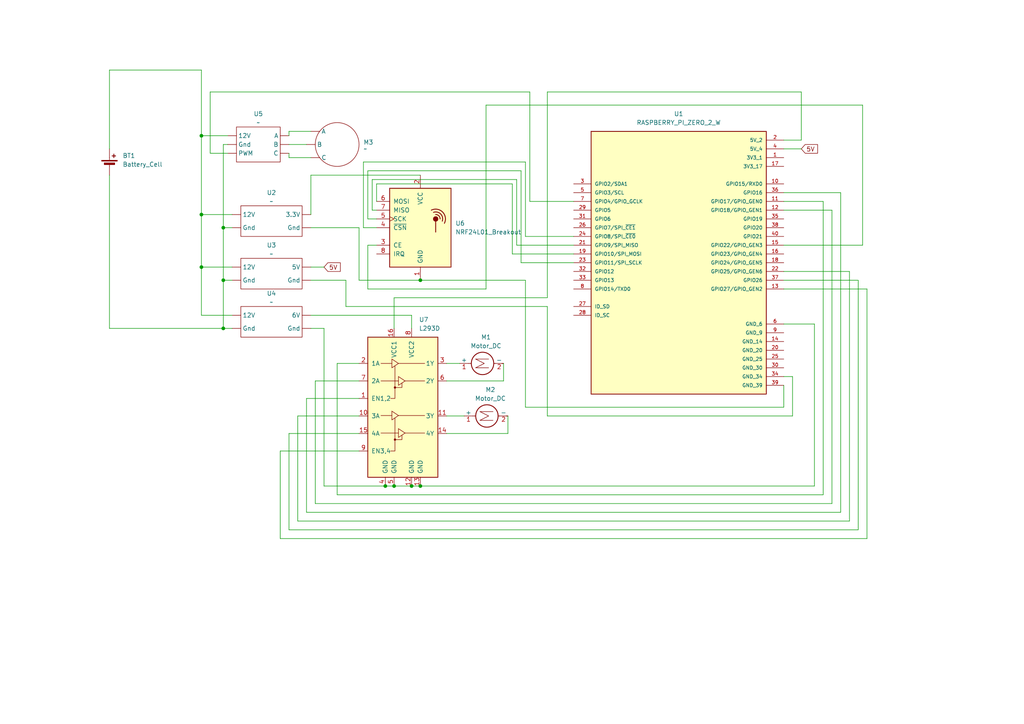
<source format=kicad_sch>
(kicad_sch (version 20250114) (generator "eeschema") (generator_version "9.0")
  (paper "A4")
  (lib_symbols
    (symbol "Buck_Converter:3.3V"
      (property "Reference" "U" (at 0 0 0))
      (symbol "3.3V_0_1"
        (rectangle (start -8.89 3.81) (end 8.89 -5.08))
      )
      (symbol "3.3V_1_1"
        (pin input line (at -11.43 1.27 0) (length 2.54) (name "12V") (number ""))
        (pin input line (at -11.43 -2.54 0) (length 2.54) (name "Gnd") (number ""))
        (pin output line (at 11.43 1.27 180) (length 2.54) (name "3.3V") (number ""))
        (pin output line (at 11.43 -2.54 180) (length 2.54) (name "Gnd") (number ""))
      )
    )
    (symbol "Buck_Converter:5V"
      (property "Reference" "U" (at 0 0 0))
      (symbol "5V_0_1"
        (rectangle (start -8.89 2.54) (end 8.89 -6.35))
      )
      (symbol "5V_1_1"
        (pin input line (at -11.43 0 0) (length 2.54) (name "12V") (number ""))
        (pin input line (at -11.43 -3.81 0) (length 2.54) (name "Gnd") (number ""))
        (pin output line (at 11.43 0 180) (length 2.54) (name "5V") (number ""))
        (pin output line (at 11.43 -3.81 180) (length 2.54) (name "Gnd") (number ""))
      )
    )
    (symbol "Buck_Converter:6V"
      (property "Reference" "U" (at 0 0 0))
      (symbol "6V_0_1"
        (rectangle (start -8.89 3.81) (end 8.89 -5.08))
      )
      (symbol "6V_1_1"
        (pin input line (at -11.43 1.27 0) (length 2.54) (name "12V") (number ""))
        (pin input line (at -11.43 -2.54 0) (length 2.54) (name "Gnd") (number ""))
        (pin output line (at 11.43 1.27 180) (length 2.54) (name "6V") (number ""))
        (pin output line (at 11.43 -2.54 180) (length 2.54) (name "Gnd") (number ""))
      )
    )
    (symbol "Device:Battery_Cell" (pin_numbers (hide yes)) (pin_names (offset 0) (hide yes))
      (property "Reference" "BT" (at 2.54 2.54 0))
      (property "Value" "Battery_Cell" (at 2.54 0 0))
      (symbol "Battery_Cell_0_1"
        (rectangle (start -2.286 1.778) (end 2.286 1.524) (fill (type outline)))
        (rectangle (start -1.524 1.016) (end 1.524 0.508) (fill (type outline)))
        (polyline (pts (xy 0 1.778) (xy 0 2.54)))
        (polyline (pts (xy 0 0.762) (xy 0 0)))
        (polyline (pts (xy 0.762 3.048) (xy 1.778 3.048)) (stroke (width 0.254)))
        (polyline (pts (xy 1.27 3.556) (xy 1.27 2.54)) (stroke (width 0.254)))
      )
      (symbol "Battery_Cell_1_1"
        (pin passive line (at 0 5.08 270) (length 2.54) (name "+") (number "1"))
        (pin passive line (at 0 -2.54 90) (length 2.54) (name "-") (number "2"))
      )
    )
    (symbol "Driver_Motor:L293D" (pin_names (offset 1.016))
      (property "Reference" "U" (at -5.08 26.035 0))
      (property "Value" "L293D" (at -5.08 24.13 0))
      (symbol "L293D_0_1"
        (rectangle (start -10.16 22.86) (end 10.16 -17.78) (stroke (width 0.254)) (fill (type background)))
        (polyline (pts (xy -6.35 15.24) (xy -3.175 15.24)))
        (polyline (pts (xy -6.35 10.16) (xy -1.27 10.16)))
        (polyline (pts (xy -6.35 0.127) (xy -3.175 0.127)))
        (polyline (pts (xy -6.35 -4.953) (xy -1.27 -4.953)))
        (polyline (pts (xy -3.175 16.51) (xy -3.175 13.97) (xy -1.27 15.24) (xy -3.175 16.51)))
        (polyline (pts (xy -3.175 1.397) (xy -3.175 -1.143) (xy -1.27 0.127) (xy -3.175 1.397)))
        (polyline (pts (xy -2.286 14.478) (xy -2.286 5.08) (xy -3.556 5.08)))
        (circle (center -2.286 8.255) (radius 0.254) (fill (type outline)))
        (polyline (pts (xy -2.286 8.255) (xy -0.254 8.255) (xy -0.254 9.525)))
        (polyline (pts (xy -2.286 -0.635) (xy -2.286 -10.16) (xy -3.556 -10.16)))
        (circle (center -2.286 -6.858) (radius 0.254) (fill (type outline)))
        (polyline (pts (xy -2.286 -6.858) (xy -0.254 -6.858) (xy -0.254 -5.588)))
        (polyline (pts (xy -1.27 15.24) (xy 6.35 15.24)))
        (polyline (pts (xy -1.27 11.43) (xy -1.27 8.89) (xy 0.635 10.16) (xy -1.27 11.43)))
        (polyline (pts (xy -1.27 0.127) (xy 6.35 0.127)))
        (polyline (pts (xy -1.27 -3.683) (xy -1.27 -6.223) (xy 0.635 -4.953) (xy -1.27 -3.683)))
        (polyline (pts (xy 0.635 10.16) (xy 6.35 10.16)))
        (polyline (pts (xy 0.635 -4.953) (xy 6.35 -4.953)))
      )
      (symbol "L293D_1_1"
        (pin input line (at -12.7 15.24 0) (length 2.54) (name "1A") (number "2"))
        (pin input line (at -12.7 10.16 0) (length 2.54) (name "2A") (number "7"))
        (pin input line (at -12.7 5.08 0) (length 2.54) (name "EN1,2") (number "1"))
        (pin input line (at -12.7 0 0) (length 2.54) (name "3A") (number "10"))
        (pin input line (at -12.7 -5.08 0) (length 2.54) (name "4A") (number "15"))
        (pin input line (at -12.7 -10.16 0) (length 2.54) (name "EN3,4") (number "9"))
        (pin power_in line (at -5.08 -20.32 90) (length 2.54) (name "GND") (number "4"))
        (pin power_in line (at -2.54 25.4 270) (length 2.54) (name "VCC1") (number "16"))
        (pin power_in line (at -2.54 -20.32 90) (length 2.54) (name "GND") (number "5"))
        (pin power_in line (at 2.54 25.4 270) (length 2.54) (name "VCC2") (number "8"))
        (pin power_in line (at 2.54 -20.32 90) (length 2.54) (name "GND") (number "12"))
        (pin power_in line (at 5.08 -20.32 90) (length 2.54) (name "GND") (number "13"))
        (pin output line (at 12.7 15.24 180) (length 2.54) (name "1Y") (number "3"))
        (pin output line (at 12.7 10.16 180) (length 2.54) (name "2Y") (number "6"))
        (pin output line (at 12.7 0 180) (length 2.54) (name "3Y") (number "11"))
        (pin output line (at 12.7 -5.08 180) (length 2.54) (name "4Y") (number "14"))
      )
    )
    (symbol "ESC:ESC"
      (property "Reference" "U" (at 0 0 0))
      (symbol "ESC_0_1"
        (rectangle (start -7.62 5.08) (end 5.08 -5.08))
      )
      (symbol "ESC_1_1"
        (pin input line (at -10.16 2.54 0) (length 2.54) (name "12V") (number ""))
        (pin input line (at -10.16 0 0) (length 2.54) (name "Gnd") (number ""))
        (pin input line (at -10.16 -2.54 0) (length 2.54) (name "PWM") (number ""))
        (pin input line (at 7.62 2.54 180) (length 2.54) (name "A") (number ""))
        (pin input line (at 7.62 0 180) (length 2.54) (name "B") (number ""))
        (pin input line (at 7.62 -2.54 180) (length 2.54) (name "C") (number ""))
      )
    )
    (symbol "Motor:Brushless_Motor"
      (property "Reference" "M" (at 0 0 0))
      (symbol "Brushless_Motor_0_1"
        (circle (center 0 0) (radius 6.35))
      )
      (symbol "Brushless_Motor_1_1"
        (pin input line (at -8.89 0 0) (length 2.54) (name "B") (number ""))
        (pin input line (at -7.62 3.81 0) (length 2.54) (name "A") (number ""))
        (pin input line (at -7.62 -3.81 0) (length 2.54) (name "C") (number ""))
      )
    )
    (symbol "Motor:Motor_DC" (pin_names (offset 0))
      (property "Reference" "M" (at 2.54 2.54 0))
      (property "Value" "Motor_DC" (at 2.54 -5.08 0))
      (symbol "Motor_DC_0_0"
        (polyline (pts (xy -1.27 -3.302) (xy -1.27 0.508) (xy 0 -2.032) (xy 1.27 0.508) (xy 1.27 -3.302)))
      )
      (symbol "Motor_DC_0_1"
        (polyline (pts (xy 0 2.032) (xy 0 2.54)))
        (polyline (pts (xy 0 1.7272) (xy 0 2.0828)))
        (circle (center 0 -1.524) (radius 3.2512) (stroke (width 0.254)))
        (polyline (pts (xy 0 -4.7752) (xy 0 -5.1816)))
        (polyline (pts (xy 0 -7.62) (xy 0 -7.112)))
      )
      (symbol "Motor_DC_1_1"
        (pin passive line (at 0 5.08 270) (length 2.54) (name "+") (number "1"))
        (pin passive line (at 0 -7.62 90) (length 2.54) (name "-") (number "2"))
      )
    )
    (symbol "RASPBERRY_PI_ZERO_2_W:RASPBERRY_PI_ZERO_2_W" (pin_names (offset 1.016))
      (property "Reference" "U" (at -25.42 39.3962 0))
      (property "Value" "RASPBERRY_PI_ZERO_2_W" (at -25.4191 -40.6687 0))
      (symbol "RASPBERRY_PI_ZERO_2_W_0_0"
        (rectangle (start -25.4 -38.1) (end 25.4 38.1) (stroke (width 0.254)) (fill (type background)))
        (pin bidirectional line (at -30.48 22.86 0) (length 5.08) (name "GPIO2/SDA1") (number "3"))
        (pin bidirectional line (at -30.48 20.32 0) (length 5.08) (name "GPIO3/SCL") (number "5"))
        (pin bidirectional line (at -30.48 17.78 0) (length 5.08) (name "GPIO4/GPIO_GCLK") (number "7"))
        (pin bidirectional line (at -30.48 15.24 0) (length 5.08) (name "GPIO5") (number "29"))
        (pin bidirectional line (at -30.48 12.7 0) (length 5.08) (name "GPIO6") (number "31"))
        (pin bidirectional line (at -30.48 10.16 0) (length 5.08) (name "GPIO7/SPI_~{CE1}") (number "26"))
        (pin bidirectional line (at -30.48 7.62 0) (length 5.08) (name "GPIO8/SPI_~{CE0}") (number "24"))
        (pin bidirectional line (at -30.48 5.08 0) (length 5.08) (name "GPIO9/SPI_MISO") (number "21"))
        (pin bidirectional line (at -30.48 2.54 0) (length 5.08) (name "GPIO10/SPI_MOSI") (number "19"))
        (pin bidirectional line (at -30.48 0 0) (length 5.08) (name "GPIO11/SPI_SCLK") (number "23"))
        (pin bidirectional line (at -30.48 -2.54 0) (length 5.08) (name "GPIO12") (number "32"))
        (pin bidirectional line (at -30.48 -5.08 0) (length 5.08) (name "GPIO13") (number "33"))
        (pin bidirectional line (at -30.48 -7.62 0) (length 5.08) (name "GPIO14/TXD0") (number "8"))
        (pin bidirectional line (at -30.48 -12.7 0) (length 5.08) (name "ID_SD") (number "27"))
        (pin bidirectional line (at -30.48 -15.24 0) (length 5.08) (name "ID_SC") (number "28"))
        (pin power_in line (at 30.48 35.56 180) (length 5.08) (name "5V_2") (number "2"))
        (pin power_in line (at 30.48 33.02 180) (length 5.08) (name "5V_4") (number "4"))
        (pin power_in line (at 30.48 30.48 180) (length 5.08) (name "3V3_1") (number "1"))
        (pin power_in line (at 30.48 27.94 180) (length 5.08) (name "3V3_17") (number "17"))
        (pin bidirectional line (at 30.48 22.86 180) (length 5.08) (name "GPIO15/RXD0") (number "10"))
        (pin bidirectional line (at 30.48 20.32 180) (length 5.08) (name "GPIO16") (number "36"))
        (pin bidirectional line (at 30.48 17.78 180) (length 5.08) (name "GPIO17/GPIO_GEN0") (number "11"))
        (pin bidirectional line (at 30.48 15.24 180) (length 5.08) (name "GPIO18/GPIO_GEN1") (number "12"))
        (pin bidirectional line (at 30.48 12.7 180) (length 5.08) (name "GPIO19") (number "35"))
        (pin bidirectional line (at 30.48 10.16 180) (length 5.08) (name "GPIO20") (number "38"))
        (pin bidirectional line (at 30.48 7.62 180) (length 5.08) (name "GPIO21") (number "40"))
        (pin bidirectional line (at 30.48 5.08 180) (length 5.08) (name "GPIO22/GPIO_GEN3") (number "15"))
        (pin bidirectional line (at 30.48 2.54 180) (length 5.08) (name "GPIO23/GPIO_GEN4") (number "16"))
        (pin bidirectional line (at 30.48 0 180) (length 5.08) (name "GPIO24/GPIO_GEN5") (number "18"))
        (pin bidirectional line (at 30.48 -2.54 180) (length 5.08) (name "GPIO25/GPIO_GEN6") (number "22"))
        (pin bidirectional line (at 30.48 -5.08 180) (length 5.08) (name "GPIO26") (number "37"))
        (pin bidirectional line (at 30.48 -7.62 180) (length 5.08) (name "GPIO27/GPIO_GEN2") (number "13"))
        (pin power_in line (at 30.48 -17.78 180) (length 5.08) (name "GND_6") (number "6"))
        (pin power_in line (at 30.48 -20.32 180) (length 5.08) (name "GND_9") (number "9"))
        (pin power_in line (at 30.48 -22.86 180) (length 5.08) (name "GND_14") (number "14"))
        (pin power_in line (at 30.48 -25.4 180) (length 5.08) (name "GND_20") (number "20"))
        (pin power_in line (at 30.48 -27.94 180) (length 5.08) (name "GND_25") (number "25"))
        (pin power_in line (at 30.48 -30.48 180) (length 5.08) (name "GND_30") (number "30"))
        (pin power_in line (at 30.48 -33.02 180) (length 5.08) (name "GND_34") (number "34"))
        (pin power_in line (at 30.48 -35.56 180) (length 5.08) (name "GND_39") (number "39"))
      )
    )
    (symbol "RF:NRF24L01_Breakout" (pin_names (offset 1.016))
      (property "Reference" "U" (at -8.89 12.7 0))
      (property "Value" "NRF24L01_Breakout" (at 3.81 12.7 0))
      (symbol "NRF24L01_Breakout_0_1"
        (rectangle (start -8.89 11.43) (end 8.89 -11.43) (stroke (width 0.254)) (fill (type background)))
        (arc (start 3.175 5.08) (mid 6.453 4.548) (end 6.985 1.27) (stroke (width 0.254)))
        (circle (center 4.445 2.54) (radius 0.635) (stroke (width 0.254)) (fill (type outline)))
        (polyline (pts (xy 4.445 1.905) (xy 4.445 -1.27)) (stroke (width 0.254)))
        (arc (start 3.81 4.445) (mid 5.8835 3.9785) (end 6.35 1.905) (stroke (width 0.254)))
        (arc (start 4.445 3.81) (mid 5.3558 3.4508) (end 5.715 2.54) (stroke (width 0.254)))
      )
      (symbol "NRF24L01_Breakout_1_1"
        (pin input line (at -12.7 7.62 0) (length 3.81) (name "MOSI") (number "6"))
        (pin output line (at -12.7 5.08 0) (length 3.81) (name "MISO") (number "7"))
        (pin input clock (at -12.7 2.54 0) (length 3.81) (name "SCK") (number "5"))
        (pin input line (at -12.7 0 0) (length 3.81) (name "~{CSN}") (number "4"))
        (pin input line (at -12.7 -5.08 0) (length 3.81) (name "CE") (number "3"))
        (pin output line (at -12.7 -7.62 0) (length 3.81) (name "IRQ") (number "8"))
        (pin power_in line (at 0 15.24 270) (length 3.81) (name "VCC") (number "2"))
        (pin power_in line (at 0 -15.24 90) (length 3.81) (name "GND") (number "1"))
      )
    )
  )
  (junction (at 64.77 81.28))
  (junction (at 64.77 95.25))
  (junction (at 64.77 66.04))
  (junction (at 119.38 140.97))
  (junction (at 121.92 81.28))
  (junction (at 58.42 62.23))
  (junction (at 114.3 140.97))
  (junction (at 58.42 39.37))
  (junction (at 111.76 140.97))
  (junction (at 121.92 140.97))
  (junction (at 58.42 77.47))
  (wire (pts (xy 238.76 143.51) (xy 238.76 58.42)))
  (wire (pts (xy 153.67 26.67) (xy 153.67 58.42)))
  (wire (pts (xy 31.75 95.25) (xy 64.77 95.25)))
  (wire (pts (xy 81.28 130.81) (xy 81.28 156.21)))
  (wire (pts (xy 153.67 58.42) (xy 166.37 58.42)))
  (wire (pts (xy 104.14 66.04) (xy 104.14 81.28)))
  (wire (pts (xy 227.33 58.42) (xy 238.76 58.42)))
  (wire (pts (xy 83.82 41.91) (xy 88.9 41.91)))
  (wire (pts (xy 107.95 52.07) (xy 107.95 60.96)))
  (wire (pts (xy 227.33 81.28) (xy 248.92 81.28)))
  (wire (pts (xy 229.87 120.65) (xy 229.87 109.22)))
  (wire (pts (xy 151.13 49.53) (xy 151.13 76.2)))
  (wire (pts (xy 158.75 88.9) (xy 158.75 120.65)))
  (wire (pts (xy 58.42 39.37) (xy 66.04 39.37)))
  (wire (pts (xy 105.41 46.99) (xy 105.41 66.04)))
  (wire (pts (xy 64.77 81.28) (xy 67.31 81.28)))
  (wire (pts (xy 64.77 95.25) (xy 64.77 81.28)))
  (wire (pts (xy 58.42 62.23) (xy 67.31 62.23)))
  (wire (pts (xy 149.86 71.12) (xy 149.86 52.07)))
  (wire (pts (xy 140.97 30.48) (xy 140.97 83.82)))
  (wire (pts (xy 100.33 88.9) (xy 158.75 88.9)))
  (wire (pts (xy 64.77 66.04) (xy 64.77 41.91)))
  (wire (pts (xy 60.96 44.45) (xy 60.96 26.67)))
  (wire (pts (xy 90.17 66.04) (xy 104.14 66.04)))
  (wire (pts (xy 250.19 71.12) (xy 250.19 30.48)))
  (wire (pts (xy 90.17 50.8) (xy 121.92 50.8)))
  (wire (pts (xy 93.98 140.97) (xy 111.76 140.97)))
  (wire (pts (xy 106.68 63.5) (xy 109.22 63.5)))
  (wire (pts (xy 166.37 68.58) (xy 152.4 68.58)))
  (wire (pts (xy 83.82 39.37) (xy 83.82 38.1)))
  (wire (pts (xy 97.79 105.41) (xy 97.79 143.51)))
  (wire (pts (xy 90.17 62.23) (xy 90.17 50.8)))
  (wire (pts (xy 104.14 130.81) (xy 81.28 130.81)))
  (wire (pts (xy 229.87 109.22) (xy 227.33 109.22)))
  (wire (pts (xy 100.33 81.28) (xy 100.33 88.9)))
  (wire (pts (xy 148.59 73.66) (xy 166.37 73.66)))
  (wire (pts (xy 60.96 26.67) (xy 153.67 26.67)))
  (wire (pts (xy 86.36 120.65) (xy 104.14 120.65)))
  (wire (pts (xy 148.59 53.34) (xy 148.59 73.66)))
  (wire (pts (xy 31.75 43.18) (xy 31.75 20.32)))
  (wire (pts (xy 114.3 86.36) (xy 158.75 86.36)))
  (wire (pts (xy 83.82 125.73) (xy 104.14 125.73)))
  (wire (pts (xy 152.4 81.28) (xy 121.92 81.28)))
  (wire (pts (xy 31.75 95.25) (xy 31.75 50.8)))
  (wire (pts (xy 158.75 120.65) (xy 229.87 120.65)))
  (wire (pts (xy 58.42 20.32) (xy 58.42 39.37)))
  (wire (pts (xy 151.13 49.53) (xy 106.68 49.53)))
  (wire (pts (xy 83.82 153.67) (xy 83.82 125.73)))
  (wire (pts (xy 243.84 148.59) (xy 88.9 148.59)))
  (wire (pts (xy 83.82 44.45) (xy 83.82 45.72)))
  (wire (pts (xy 149.86 52.07) (xy 107.95 52.07)))
  (wire (pts (xy 109.22 53.34) (xy 148.59 53.34)))
  (wire (pts (xy 119.38 91.44) (xy 90.17 91.44)))
  (wire (pts (xy 243.84 55.88) (xy 243.84 148.59)))
  (wire (pts (xy 88.9 115.57) (xy 104.14 115.57)))
  (wire (pts (xy 58.42 91.44) (xy 67.31 91.44)))
  (wire (pts (xy 90.17 81.28) (xy 100.33 81.28)))
  (wire (pts (xy 58.42 62.23) (xy 58.42 77.47)))
  (wire (pts (xy 129.54 125.73) (xy 147.32 125.73)))
  (wire (pts (xy 90.17 77.47) (xy 93.98 77.47)))
  (wire (pts (xy 166.37 71.12) (xy 149.86 71.12)))
  (wire (pts (xy 236.22 93.98) (xy 236.22 140.97)))
  (wire (pts (xy 146.05 110.49) (xy 129.54 110.49)))
  (wire (pts (xy 105.41 66.04) (xy 109.22 66.04)))
  (wire (pts (xy 83.82 45.72) (xy 90.17 45.72)))
  (wire (pts (xy 119.38 140.97) (xy 121.92 140.97)))
  (wire (pts (xy 232.41 26.67) (xy 232.41 40.64)))
  (wire (pts (xy 106.68 71.12) (xy 109.22 71.12)))
  (wire (pts (xy 227.33 111.76) (xy 227.33 118.11)))
  (wire (pts (xy 250.19 30.48) (xy 140.97 30.48)))
  (wire (pts (xy 119.38 140.97) (xy 114.3 140.97)))
  (wire (pts (xy 227.33 71.12) (xy 250.19 71.12)))
  (wire (pts (xy 64.77 66.04) (xy 67.31 66.04)))
  (wire (pts (xy 246.38 151.13) (xy 86.36 151.13)))
  (wire (pts (xy 152.4 68.58) (xy 152.4 46.99)))
  (wire (pts (xy 146.05 105.41) (xy 146.05 110.49)))
  (wire (pts (xy 64.77 41.91) (xy 66.04 41.91)))
  (wire (pts (xy 129.54 120.65) (xy 134.62 120.65)))
  (wire (pts (xy 104.14 81.28) (xy 121.92 81.28)))
  (wire (pts (xy 227.33 60.96) (xy 241.3 60.96)))
  (wire (pts (xy 227.33 83.82) (xy 251.46 83.82)))
  (wire (pts (xy 106.68 83.82) (xy 106.68 71.12)))
  (wire (pts (xy 246.38 78.74) (xy 246.38 151.13)))
  (wire (pts (xy 129.54 105.41) (xy 133.35 105.41)))
  (wire (pts (xy 90.17 95.25) (xy 93.98 95.25)))
  (wire (pts (xy 64.77 95.25) (xy 67.31 95.25)))
  (wire (pts (xy 227.33 55.88) (xy 243.84 55.88)))
  (wire (pts (xy 147.32 125.73) (xy 147.32 120.65)))
  (wire (pts (xy 86.36 151.13) (xy 86.36 120.65)))
  (wire (pts (xy 111.76 140.97) (xy 114.3 140.97)))
  (wire (pts (xy 93.98 95.25) (xy 93.98 140.97)))
  (wire (pts (xy 97.79 143.51) (xy 238.76 143.51)))
  (wire (pts (xy 31.75 20.32) (xy 58.42 20.32)))
  (wire (pts (xy 88.9 148.59) (xy 88.9 115.57)))
  (wire (pts (xy 114.3 86.36) (xy 114.3 95.25)))
  (wire (pts (xy 109.22 58.42) (xy 109.22 53.34)))
  (wire (pts (xy 119.38 95.25) (xy 119.38 91.44)))
  (wire (pts (xy 106.68 49.53) (xy 106.68 63.5)))
  (wire (pts (xy 58.42 77.47) (xy 58.42 91.44)))
  (wire (pts (xy 227.33 118.11) (xy 152.4 118.11)))
  (wire (pts (xy 166.37 76.2) (xy 151.13 76.2)))
  (wire (pts (xy 248.92 153.67) (xy 83.82 153.67)))
  (wire (pts (xy 58.42 77.47) (xy 67.31 77.47)))
  (wire (pts (xy 241.3 146.05) (xy 91.44 146.05)))
  (wire (pts (xy 121.92 140.97) (xy 236.22 140.97)))
  (wire (pts (xy 140.97 83.82) (xy 106.68 83.82)))
  (wire (pts (xy 83.82 38.1) (xy 90.17 38.1)))
  (wire (pts (xy 107.95 60.96) (xy 109.22 60.96)))
  (wire (pts (xy 227.33 78.74) (xy 246.38 78.74)))
  (wire (pts (xy 105.41 46.99) (xy 152.4 46.99)))
  (wire (pts (xy 158.75 26.67) (xy 232.41 26.67)))
  (wire (pts (xy 104.14 110.49) (xy 91.44 110.49)))
  (wire (pts (xy 81.28 156.21) (xy 251.46 156.21)))
  (wire (pts (xy 248.92 81.28) (xy 248.92 153.67)))
  (wire (pts (xy 241.3 60.96) (xy 241.3 146.05)))
  (wire (pts (xy 232.41 40.64) (xy 227.33 40.64)))
  (wire (pts (xy 66.04 44.45) (xy 60.96 44.45)))
  (wire (pts (xy 91.44 146.05) (xy 91.44 110.49)))
  (wire (pts (xy 97.79 105.41) (xy 104.14 105.41)))
  (wire (pts (xy 58.42 39.37) (xy 58.42 62.23)))
  (wire (pts (xy 227.33 93.98) (xy 236.22 93.98)))
  (wire (pts (xy 227.33 43.18) (xy 232.41 43.18)))
  (wire (pts (xy 158.75 86.36) (xy 158.75 26.67)))
  (wire (pts (xy 64.77 81.28) (xy 64.77 66.04)))
  (wire (pts (xy 251.46 156.21) (xy 251.46 83.82)))
  (wire (pts (xy 152.4 118.11) (xy 152.4 81.28)))
  (global_label "5V" (shape input) (at 232.41 43.18 0) (property "Intersheetrefs" "${INTERSHEET_REFS}" (effects (hide yes))))
  (global_label "5V" (shape input) (at 93.98 77.47 0) (property "Intersheetrefs" "${INTERSHEET_REFS}" (effects (hide yes))))
  (symbol (lib_id "Motor:Motor_DC") (at 139.7 120.65 90) (unit 1)
    (property "Reference" "M2" (at 142.24 113.03 90))
    (property "Value" "Motor_DC" (at 142.24 115.57 90))
    (property "Description" "DC Motor" (effects (hide yes)))
  )
  (symbol (lib_id "Buck_Converter:5V") (at 78.74 77.47 0) (unit 1)
    (property "Reference" "U3" (at 78.74 71.12 0))
    (property "Value" "~" (at 78.74 73.66 0))
  )
  (symbol (lib_id "ESC:ESC") (at 76.2 41.91 0) (unit 1)
    (property "Reference" "U5" (at 74.93 33.02 0))
    (property "Value" "~" (at 74.93 35.56 0))
  )
  (symbol (lib_id "Buck_Converter:3.3V") (at 78.74 63.5 0) (unit 1)
    (property "Reference" "U2" (at 78.74 55.88 0))
    (property "Value" "~" (at 78.74 58.42 0))
  )
  (symbol (lib_id "Buck_Converter:6V") (at 78.74 92.71 0) (unit 1)
    (property "Reference" "U4" (at 78.74 85.09 0))
    (property "Value" "~" (at 78.74 87.63 0))
  )
  (symbol (lib_id "RASPBERRY_PI_ZERO_2_W:RASPBERRY_PI_ZERO_2_W") (at 196.85 76.2 0) (unit 1)
    (property "Reference" "U1" (at 196.85 33.02 0))
    (property "Value" "RASPBERRY_PI_ZERO_2_W" (at 196.85 35.56 0))
    (property "Footprint" "RASPBERRY_PI_ZERO_2_W:MODULE_RASPBERRY_PI_ZERO_2_W" (effects (hide yes)))
    (property "MF" "Raspberry Pi" (effects (hide yes)))
    (property "Description_1" "At the heart of Raspberry Pi Zero 2 W is RP3A0, a custom-built system-in-package designed by Raspberry Pi in the UK." (effects (hide yes)))
    (property "Package" "None" (effects (hide yes)))
    (property "Price" "None" (effects (hide yes)))
    (property "Check_prices" "https://www.snapeda.com/parts/RASPBERRY%20PI%20ZERO%202%20W/Raspberry+Pi/view-part/?ref=eda" (effects (hide yes)))
    (property "STANDARD" "Manufacturer Recommendations" (effects (hide yes)))
    (property "PARTREV" "April 2024" (effects (hide yes)))
    (property "SnapEDA_Link" "https://www.snapeda.com/parts/RASPBERRY%20PI%20ZERO%202%20W/Raspberry+Pi/view-part/?ref=snap" (effects (hide yes)))
    (property "MP" "RASPBERRY PI ZERO 2 W" (effects (hide yes)))
    (property "Availability" "In Stock" (effects (hide yes)))
    (property "MANUFACTURER" "Raspberry Pi" (effects (hide yes)))
  )
  (symbol (lib_id "Motor:Motor_DC") (at 138.43 105.41 90) (unit 1)
    (property "Reference" "M1" (at 140.97 97.79 90))
    (property "Value" "Motor_DC" (at 140.97 100.33 90))
    (property "Description" "DC Motor" (effects (hide yes)))
  )
  (symbol (lib_id "Driver_Motor:L293D") (at 116.84 120.65 0) (unit 1)
    (property "Reference" "U7" (at 121.5233 92.71 0) (effects (justify left)))
    (property "Value" "L293D" (at 121.5233 95.25 0) (effects (justify left)))
    (property "Footprint" "Package_DIP:DIP-16_W7.62mm" (effects (hide yes)))
    (property "Datasheet" "http://www.ti.com/lit/ds/symlink/l293.pdf" (effects (hide yes)))
    (property "Description" "Quadruple Half-H Drivers" (effects (hide yes)))
  )
  (symbol (lib_id "RF:NRF24L01_Breakout") (at 121.92 66.04 0) (unit 1)
    (property "Reference" "U6" (at 132.08 64.7699 0) (effects (justify left)))
    (property "Value" "NRF24L01_Breakout" (at 132.08 67.3099 0) (effects (justify left)))
    (property "Footprint" "RF_Module:nRF24L01_Breakout" (effects (hide yes)))
    (property "Datasheet" "http://www.nordicsemi.com/eng/content/download/2730/34105/file/nRF24L01_Product_Specification_v2_0.pdf" (effects (hide yes)))
    (property "Description" "Ultra low power 2.4GHz RF Transceiver, Carrier PCB" (effects (hide yes)))
  )
  (symbol (lib_id "Device:Battery_Cell") (at 31.75 48.26 0) (unit 1)
    (property "Reference" "BT1" (at 35.56 45.1484 0) (effects (justify left)))
    (property "Value" "Battery_Cell" (at 35.56 47.6884 0) (effects (justify left)))
    (property "Description" "Single-cell battery" (effects (hide yes)))
  )
  (symbol (lib_id "Motor:Brushless_Motor") (at 97.79 41.91 0) (unit 1)
    (property "Reference" "M3" (at 105.41 41.2749 0) (effects (justify left)))
    (property "Value" "~" (at 105.41 43.18 0) (effects (justify left)))
  )
)
</source>
